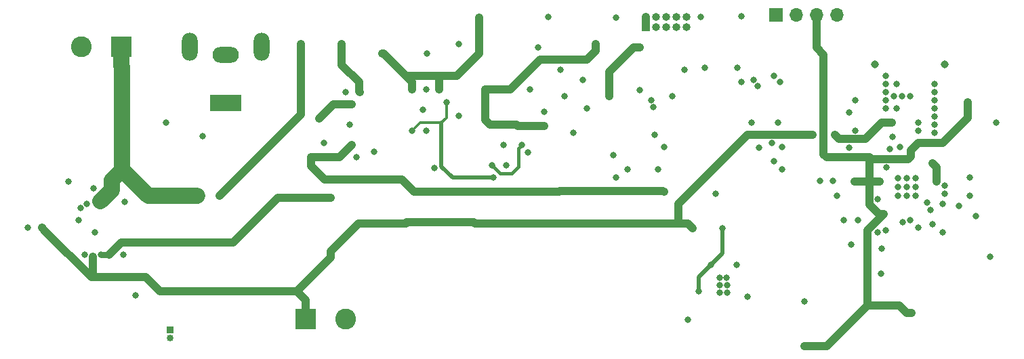
<source format=gbr>
%TF.GenerationSoftware,KiCad,Pcbnew,5.1.0-5.1.0*%
%TF.CreationDate,2019-03-18T21:11:32+01:00*%
%TF.ProjectId,motherboard,6d6f7468-6572-4626-9f61-72642e6b6963,rev?*%
%TF.SameCoordinates,Original*%
%TF.FileFunction,Copper,L3,Inr*%
%TF.FilePolarity,Positive*%
%FSLAX46Y46*%
G04 Gerber Fmt 4.6, Leading zero omitted, Abs format (unit mm)*
G04 Created by KiCad (PCBNEW 5.1.0-5.1.0) date 2019-03-18 21:11:32*
%MOMM*%
%LPD*%
G04 APERTURE LIST*
%ADD10C,0.200000*%
%ADD11R,2.600000X2.600000*%
%ADD12C,2.600000*%
%ADD13R,4.000000X2.000000*%
%ADD14O,3.300000X2.000000*%
%ADD15O,2.000000X3.500000*%
%ADD16R,1.700000X1.700000*%
%ADD17O,1.700000X1.700000*%
%ADD18C,0.970000*%
%ADD19R,1.000000X1.000000*%
%ADD20O,1.000000X1.000000*%
%ADD21R,0.850000X0.850000*%
%ADD22O,0.850000X0.850000*%
%ADD23C,0.800000*%
%ADD24C,2.032000*%
%ADD25C,1.016000*%
%ADD26C,0.406400*%
%ADD27C,0.508000*%
%ADD28C,0.304800*%
%ADD29C,0.762000*%
G04 APERTURE END LIST*
D10*
X176180000Y-103544000D03*
X175180000Y-103544000D03*
X174180000Y-103544000D03*
X176180000Y-102544000D03*
X175180000Y-102544000D03*
X174180000Y-102544000D03*
X176180000Y-101544000D03*
X175180000Y-101544000D03*
X174180000Y-101544000D03*
D11*
X77000000Y-85000000D03*
D12*
X72000000Y-85000000D03*
D13*
X90000000Y-92000000D03*
D14*
X90000000Y-86000000D03*
D15*
X94500000Y-85000000D03*
X85500000Y-85000000D03*
D16*
X158750000Y-81026000D03*
D17*
X161290000Y-81026000D03*
X163830000Y-81026000D03*
X166370000Y-81026000D03*
D18*
X179880000Y-87220000D03*
X171120000Y-87220000D03*
D12*
X105000000Y-119000000D03*
D11*
X100000000Y-119000000D03*
D19*
X142494000Y-82500000D03*
D20*
X142494000Y-81230000D03*
X143764000Y-82500000D03*
X143764000Y-81230000D03*
X145034000Y-82500000D03*
X145034000Y-81230000D03*
X146304000Y-82500000D03*
X146304000Y-81230000D03*
X147574000Y-82500000D03*
X147574000Y-81230000D03*
D21*
X83058000Y-120396000D03*
D22*
X83058000Y-121396000D03*
D23*
X174000000Y-101400000D03*
X115062000Y-90297000D03*
X115189000Y-85852000D03*
X115062000Y-95504000D03*
X119126000Y-93599000D03*
X128016000Y-90297000D03*
X129794000Y-93105000D03*
X127762000Y-98157000D03*
X125081000Y-99822000D03*
X173482000Y-91186000D03*
X174498000Y-91186000D03*
X175514000Y-91186000D03*
X178562000Y-89662000D03*
X178562000Y-90678000D03*
X178562000Y-91694000D03*
X178562000Y-92710000D03*
X178562000Y-93726000D03*
X178562000Y-94742000D03*
X178562000Y-95758000D03*
X176530000Y-95504000D03*
X176530000Y-94488000D03*
X172466000Y-88646000D03*
X172466000Y-89662000D03*
X172466000Y-90678000D03*
X172466000Y-91694000D03*
X172466000Y-92710000D03*
X87122000Y-96153000D03*
X73660000Y-108204000D03*
X152600911Y-113859664D03*
X152651711Y-115739264D03*
X151737311Y-115739264D03*
X152651711Y-114824864D03*
X151737311Y-114824864D03*
X151737311Y-113859664D03*
X105491162Y-94721072D03*
X138430000Y-98552000D03*
X77216000Y-110991610D03*
X186313000Y-94488000D03*
X182992970Y-101346000D03*
X183783024Y-106172000D03*
X185533000Y-111252012D03*
X171889561Y-113334646D03*
X162306000Y-116833970D03*
X155242529Y-116185064D03*
X147763497Y-119092064D03*
X153831511Y-112234080D03*
X65278000Y-107583024D03*
X71628002Y-106680000D03*
X77433500Y-104394016D03*
X82550000Y-94482026D03*
X105043000Y-90678000D03*
X138810000Y-81345028D03*
X119190000Y-84655020D03*
X173876998Y-92710000D03*
X173876974Y-89662000D03*
X141758963Y-90387238D03*
X154432000Y-81148972D03*
X132328000Y-91185972D03*
X133490980Y-95758000D03*
X138797000Y-101345962D03*
X143622974Y-96012000D03*
X166370000Y-103632000D03*
X164243019Y-101713000D03*
X165862000Y-101713000D03*
X106366148Y-98785058D03*
X108539162Y-98136071D03*
X102302178Y-97007072D03*
X124714000Y-97282000D03*
X114689500Y-92837000D03*
X169022970Y-106680000D03*
X173369002Y-96266000D03*
X175100000Y-101400000D03*
X176200000Y-101400000D03*
X174000000Y-102500000D03*
X175100000Y-102500000D03*
X176200000Y-102500000D03*
X174000000Y-103600000D03*
X175100000Y-103600000D03*
X176200000Y-103600000D03*
X74382250Y-104317750D03*
X86484000Y-103632000D03*
X144780000Y-97536000D03*
X141758957Y-85081228D03*
X137928022Y-91186000D03*
X129794000Y-94855000D03*
X126379000Y-94742000D03*
X123077000Y-94742000D03*
X122428000Y-90297000D03*
X136270000Y-84655000D03*
X109601000Y-85852000D03*
X113284000Y-90297000D03*
X116713000Y-90297000D03*
X116713000Y-88646000D03*
X121730000Y-81344998D03*
X129032000Y-85090000D03*
X130302000Y-81280000D03*
X134620000Y-89154000D03*
X156467503Y-89896474D03*
X159258000Y-89408000D03*
X167894000Y-93218000D03*
X167894000Y-97631210D03*
X143454107Y-92506789D03*
X168656000Y-95504000D03*
X158496000Y-88646000D03*
X155956000Y-89154000D03*
X168656000Y-91694000D03*
X131826000Y-87884000D03*
X143191096Y-91644391D03*
X147320000Y-87884000D03*
X177655000Y-104435602D03*
X149860000Y-87630000D03*
X153924000Y-87630000D03*
X154432000Y-89408000D03*
X155702000Y-94488000D03*
X159004000Y-94488000D03*
X171958000Y-110236000D03*
X182993000Y-103632000D03*
X168148000Y-109727992D03*
X171471077Y-104032021D03*
X172612021Y-100060256D03*
X174244000Y-97536000D03*
X140208000Y-100330000D03*
X144018000Y-100330000D03*
X159512000Y-100330000D03*
X158496000Y-99314000D03*
X116124500Y-100122500D03*
X156636534Y-97631210D03*
X135128000Y-92710000D03*
X158242000Y-97028000D03*
X172974000Y-97790000D03*
X167273015Y-106680015D03*
X179578000Y-108204000D03*
X172466000Y-107950014D03*
X170180000Y-117348000D03*
X165100000Y-98806000D03*
X175260000Y-99060000D03*
X178054000Y-97028000D03*
X172212000Y-105918000D03*
X178308000Y-99568000D03*
X178816000Y-101853956D03*
X168567155Y-101854000D03*
X171697643Y-101824856D03*
X164733000Y-92202000D03*
X162305994Y-122434000D03*
X175699573Y-118264668D03*
X182748998Y-91948000D03*
X104540000Y-84654962D03*
X106793000Y-90678022D03*
X105745162Y-97261072D03*
X105745162Y-92181072D03*
X101681162Y-93959072D03*
X131799604Y-103013902D03*
X100656146Y-98785072D03*
X114170000Y-103124000D03*
X122806000Y-103124000D03*
X144780000Y-103123990D03*
X151220064Y-103378002D03*
X179832000Y-102362000D03*
X179623534Y-104602466D03*
X181610000Y-104902000D03*
X179832000Y-103345255D03*
X149098000Y-115570000D03*
X150622000Y-112268000D03*
X152048566Y-107647489D03*
X127000000Y-97282000D03*
X123331000Y-99822000D03*
X117602000Y-91898500D03*
X113298000Y-95504000D03*
X123444000Y-101346000D03*
X89283980Y-103632000D03*
X99460000Y-84655018D03*
X148336000Y-107696000D03*
X173228000Y-94488000D03*
X163322000Y-96012000D03*
X166116000Y-96012000D03*
X73406000Y-111252000D03*
X103124000Y-110540812D03*
X129963084Y-107077902D03*
X70996044Y-111506000D03*
X112587500Y-106934000D03*
X121158000Y-106934000D03*
X67055982Y-107583000D03*
X174589093Y-106907234D03*
X176532094Y-107555616D03*
X178308000Y-107188000D03*
X175514006Y-106679994D03*
X103124000Y-103835200D03*
X74422000Y-110998000D03*
X78740000Y-116078000D03*
X72390000Y-110998000D03*
X72644000Y-104648000D03*
X159512000Y-97536000D03*
X178054000Y-105410000D03*
X71882000Y-105156000D03*
X70358000Y-101854000D03*
X171450000Y-108204000D03*
X73502957Y-102711210D03*
X149352000Y-81280000D03*
X145796000Y-91186000D03*
D24*
X75800000Y-101700000D02*
X75800000Y-102900000D01*
X75800000Y-102900000D02*
X74382250Y-104317750D01*
X77100000Y-100400000D02*
X75800000Y-101700000D01*
X77000000Y-87316000D02*
X77100000Y-87416000D01*
X77000000Y-85000000D02*
X77000000Y-87316000D01*
X77100000Y-87416000D02*
X77100000Y-100400000D01*
X86484000Y-103632000D02*
X80332000Y-103632000D01*
X80332000Y-103632000D02*
X77100000Y-100400000D01*
D25*
X142494000Y-81230000D02*
X142494000Y-82500000D01*
X137928022Y-88131978D02*
X140978772Y-85081228D01*
X140978772Y-85081228D02*
X141758957Y-85081228D01*
X137928022Y-91186000D02*
X137928022Y-88131978D01*
X123077000Y-94742000D02*
X126379000Y-94742000D01*
X122428000Y-94093000D02*
X123077000Y-94742000D01*
X122428000Y-90297000D02*
X122428000Y-94093000D01*
X126492000Y-94855000D02*
X126379000Y-94742000D01*
X129794000Y-94855000D02*
X126492000Y-94855000D01*
X136270000Y-85472000D02*
X136270000Y-84655000D01*
X135128000Y-86614000D02*
X136270000Y-85472000D01*
X129286000Y-86614000D02*
X135128000Y-86614000D01*
X122428000Y-90297000D02*
X125603000Y-90297000D01*
X125603000Y-90297000D02*
X129286000Y-86614000D01*
X113284000Y-89408000D02*
X113284000Y-90297000D01*
X109601000Y-85852000D02*
X109728000Y-85852000D01*
X112522000Y-88646000D02*
X116713000Y-88646000D01*
X109728000Y-85852000D02*
X112522000Y-88646000D01*
X112522000Y-88646000D02*
X113284000Y-89408000D01*
X116713000Y-88646000D02*
X116713000Y-90297000D01*
X116713000Y-88646000D02*
X118872000Y-88646000D01*
X121730000Y-85788000D02*
X121730000Y-81344998D01*
X118872000Y-88646000D02*
X121730000Y-85788000D01*
X178054000Y-97028000D02*
X176530000Y-97028000D01*
X175659999Y-97898001D02*
X176530000Y-97028000D01*
X175260000Y-99060000D02*
X175659999Y-98660001D01*
X175659999Y-98660001D02*
X175659999Y-97898001D01*
X178816000Y-100076000D02*
X178816000Y-101853956D01*
X178308000Y-99568000D02*
X178816000Y-100076000D01*
X170434000Y-104705685D02*
X170434000Y-101854000D01*
D26*
X170434000Y-101854000D02*
X170884314Y-101854001D01*
X170434000Y-101854000D02*
X168567155Y-101854000D01*
D25*
X172212000Y-105918000D02*
X171646315Y-105918000D01*
X170884314Y-101854001D02*
X169132840Y-101854000D01*
X171646315Y-105918000D02*
X170434000Y-104705685D01*
X169132840Y-101854000D02*
X168567155Y-101854000D01*
X170913459Y-101824856D02*
X170884314Y-101854001D01*
X171697643Y-101824856D02*
X170913459Y-101824856D01*
X170180000Y-117348000D02*
X165094000Y-122434000D01*
X162871679Y-122434000D02*
X162305994Y-122434000D01*
X165094000Y-122434000D02*
X162871679Y-122434000D01*
X163830000Y-85090000D02*
X163830000Y-81026000D01*
X164733000Y-92202000D02*
X164733000Y-85993000D01*
X164733000Y-85993000D02*
X163830000Y-85090000D01*
X164733000Y-98439000D02*
X165100000Y-98806000D01*
X164733000Y-92202000D02*
X164733000Y-98439000D01*
X175133888Y-118264668D02*
X175699573Y-118264668D01*
X170180000Y-117348000D02*
X174217220Y-117348000D01*
X174217220Y-117348000D02*
X175133888Y-118264668D01*
X170180000Y-107950000D02*
X171812001Y-106317999D01*
X170180000Y-117348000D02*
X170180000Y-107950000D01*
X171812001Y-106317999D02*
X172212000Y-105918000D01*
X170434000Y-98806000D02*
X165100000Y-98806000D01*
X170697354Y-99050646D02*
X170434000Y-99314000D01*
X172869576Y-99060000D02*
X172860222Y-99050646D01*
X175260000Y-99060000D02*
X172869576Y-99060000D01*
X170434000Y-101854000D02*
X170434000Y-99314000D01*
X172860222Y-99050646D02*
X170697354Y-99050646D01*
X170434000Y-99314000D02*
X170434000Y-98806000D01*
X178054000Y-97028000D02*
X179578000Y-97028000D01*
X182749000Y-93857000D02*
X182749000Y-91948000D01*
X179578000Y-97028000D02*
X182749000Y-93857000D01*
X106680000Y-90565022D02*
X106793000Y-90678022D01*
X106680000Y-89408000D02*
X106680000Y-90565022D01*
X104540000Y-84654962D02*
X104540000Y-87268000D01*
X104540000Y-87268000D02*
X106680000Y-89408000D01*
X105745162Y-92181072D02*
X103459162Y-92181072D01*
X101681162Y-93959072D02*
X103459162Y-92181072D01*
X104221162Y-98785072D02*
X100656146Y-98785072D01*
X105745162Y-97261072D02*
X104221162Y-98785072D01*
X100656162Y-98785072D02*
X100656162Y-99894162D01*
X100656146Y-98785072D02*
X100656162Y-98785072D01*
X100656162Y-99894162D02*
X102362000Y-101600000D01*
X112014000Y-101600000D02*
X113538000Y-103124000D01*
X131689506Y-103124000D02*
X131799604Y-103013902D01*
X113538000Y-103124000D02*
X131689506Y-103124000D01*
X102362000Y-101600000D02*
X112014000Y-101600000D01*
X131799604Y-103013902D02*
X144669912Y-103013902D01*
X144669912Y-103013902D02*
X144780000Y-103123990D01*
D27*
X150222001Y-112667999D02*
X149098000Y-113792000D01*
X150622000Y-112268000D02*
X150222001Y-112667999D01*
X149098000Y-115570000D02*
X149098000Y-113792000D01*
X152048564Y-110841436D02*
X150622000Y-112268000D01*
X152048564Y-107647489D02*
X152048564Y-110841436D01*
D26*
X126600001Y-97681999D02*
X126600001Y-99967999D01*
X127000000Y-97282000D02*
X126600001Y-97681999D01*
X126600001Y-99967999D02*
X125730000Y-100838000D01*
X125730000Y-100838000D02*
X124347000Y-100838000D01*
X124347000Y-100838000D02*
X123331000Y-99822000D01*
D28*
X113797072Y-95004928D02*
X113797072Y-94990928D01*
X113298000Y-95504000D02*
X113797072Y-95004928D01*
X113797072Y-94990928D02*
X114300000Y-94488000D01*
X114300000Y-94488000D02*
X116967000Y-94488000D01*
X117602000Y-93853000D02*
X117602000Y-91898500D01*
X116967000Y-94488000D02*
X117602000Y-93853000D01*
D27*
X116967000Y-94488000D02*
X116967000Y-99949000D01*
X118364000Y-101346000D02*
X123444000Y-101346000D01*
X116967000Y-99949000D02*
X118364000Y-101346000D01*
D25*
X89283980Y-103632000D02*
X99460000Y-93455980D01*
X99460000Y-85220703D02*
X99460000Y-84655018D01*
X99460000Y-93455980D02*
X99460000Y-85220703D01*
X100000000Y-116684000D02*
X100000000Y-119000000D01*
X98886000Y-115570000D02*
X100000000Y-116684000D01*
X103124000Y-111332000D02*
X103124000Y-111106497D01*
X98886000Y-115570000D02*
X103124000Y-111332000D01*
X103124000Y-111106497D02*
X103124000Y-110540812D01*
X163322000Y-96012000D02*
X155194000Y-96012000D01*
X146558000Y-104648000D02*
X146558000Y-106934000D01*
X155194000Y-96012000D02*
X146558000Y-104648000D01*
X166624000Y-96520000D02*
X166116000Y-96012000D01*
X169926000Y-96520000D02*
X166624000Y-96520000D01*
X173228000Y-94488000D02*
X171958000Y-94488000D01*
X171958000Y-94488000D02*
X169926000Y-96520000D01*
X73406000Y-111252000D02*
X73406000Y-113538000D01*
X81788000Y-115570000D02*
X98886000Y-115570000D01*
X80010000Y-113792000D02*
X81788000Y-115570000D01*
X72898000Y-113284000D02*
X73406000Y-113792000D01*
X73406000Y-113792000D02*
X80010000Y-113792000D01*
X106586938Y-107077874D02*
X103124000Y-110540812D01*
X147797949Y-107077874D02*
X121158000Y-107077874D01*
X148367564Y-107647489D02*
X147797949Y-107077874D01*
X121158000Y-107077874D02*
X121014126Y-106934000D01*
X121014126Y-106934000D02*
X112665874Y-106934000D01*
X112522000Y-107077874D02*
X106586938Y-107077874D01*
X112665874Y-106934000D02*
X112522000Y-107077874D01*
X74168000Y-113792000D02*
X73264982Y-113792000D01*
X67455981Y-107982999D02*
X67055982Y-107583000D01*
X73264982Y-113792000D02*
X67455981Y-107982999D01*
X75438000Y-110998000D02*
X76454000Y-109982000D01*
D29*
X74422000Y-110998000D02*
X75438000Y-110998000D01*
D25*
X96570800Y-103835200D02*
X103124000Y-103835200D01*
X90932000Y-109474000D02*
X96570800Y-103835200D01*
X76454000Y-109982000D02*
X76962000Y-109474000D01*
X76962000Y-109474000D02*
X90932000Y-109474000D01*
M02*

</source>
